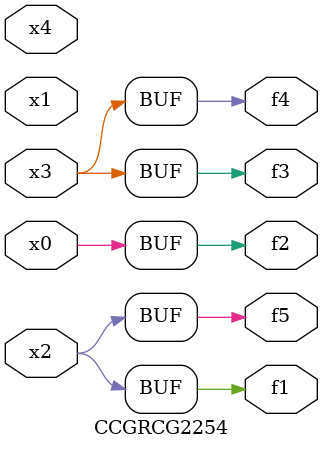
<source format=v>
module CCGRCG2254(
	input x0, x1, x2, x3, x4,
	output f1, f2, f3, f4, f5
);
	assign f1 = x2;
	assign f2 = x0;
	assign f3 = x3;
	assign f4 = x3;
	assign f5 = x2;
endmodule

</source>
